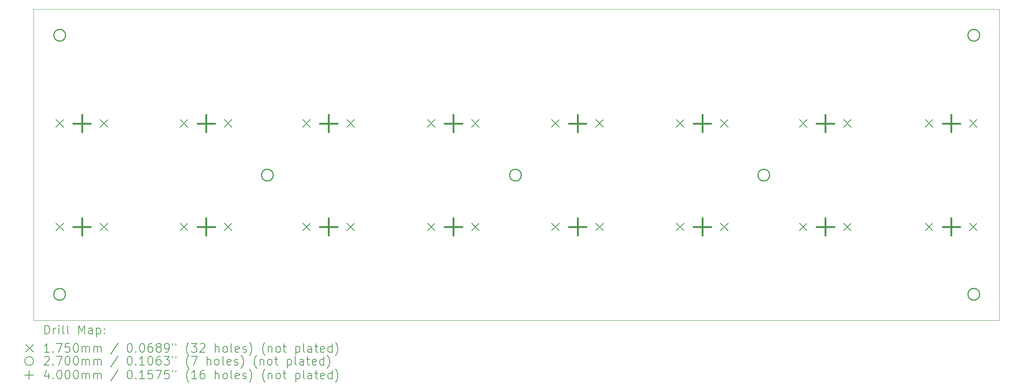
<source format=gbr>
%TF.GenerationSoftware,KiCad,Pcbnew,8.0.6*%
%TF.CreationDate,2024-11-10T21:08:51-06:00*%
%TF.ProjectId,micro_midi,6d696372-6f5f-46d6-9964-692e6b696361,rev?*%
%TF.SameCoordinates,Original*%
%TF.FileFunction,Drillmap*%
%TF.FilePolarity,Positive*%
%FSLAX45Y45*%
G04 Gerber Fmt 4.5, Leading zero omitted, Abs format (unit mm)*
G04 Created by KiCad (PCBNEW 8.0.6) date 2024-11-10 21:08:51*
%MOMM*%
%LPD*%
G01*
G04 APERTURE LIST*
%ADD10C,0.050000*%
%ADD11C,0.200000*%
%ADD12C,0.175000*%
%ADD13C,0.270000*%
%ADD14C,0.400000*%
G04 APERTURE END LIST*
D10*
X3566308Y-6533405D02*
X25791308Y-6533405D01*
X25791308Y-13696605D01*
X3566308Y-13696605D01*
X3566308Y-6533405D01*
D11*
D12*
X4081808Y-9075405D02*
X4256808Y-9250405D01*
X4256808Y-9075405D02*
X4081808Y-9250405D01*
X4081808Y-11456655D02*
X4256808Y-11631655D01*
X4256808Y-11456655D02*
X4081808Y-11631655D01*
X5097808Y-9075405D02*
X5272808Y-9250405D01*
X5272808Y-9075405D02*
X5097808Y-9250405D01*
X5097808Y-11456655D02*
X5272808Y-11631655D01*
X5272808Y-11456655D02*
X5097808Y-11631655D01*
X6939808Y-9075405D02*
X7114808Y-9250405D01*
X7114808Y-9075405D02*
X6939808Y-9250405D01*
X6939808Y-11456655D02*
X7114808Y-11631655D01*
X7114808Y-11456655D02*
X6939808Y-11631655D01*
X7955808Y-9075405D02*
X8130808Y-9250405D01*
X8130808Y-9075405D02*
X7955808Y-9250405D01*
X7955808Y-11456655D02*
X8130808Y-11631655D01*
X8130808Y-11456655D02*
X7955808Y-11631655D01*
X9758808Y-9075405D02*
X9933808Y-9250405D01*
X9933808Y-9075405D02*
X9758808Y-9250405D01*
X9758808Y-11456655D02*
X9933808Y-11631655D01*
X9933808Y-11456655D02*
X9758808Y-11631655D01*
X10774808Y-9075405D02*
X10949808Y-9250405D01*
X10949808Y-9075405D02*
X10774808Y-9250405D01*
X10774808Y-11456655D02*
X10949808Y-11631655D01*
X10949808Y-11456655D02*
X10774808Y-11631655D01*
X12628808Y-9075405D02*
X12803808Y-9250405D01*
X12803808Y-9075405D02*
X12628808Y-9250405D01*
X12628808Y-11456655D02*
X12803808Y-11631655D01*
X12803808Y-11456655D02*
X12628808Y-11631655D01*
X13644808Y-9075405D02*
X13819808Y-9250405D01*
X13819808Y-9075405D02*
X13644808Y-9250405D01*
X13644808Y-11456655D02*
X13819808Y-11631655D01*
X13819808Y-11456655D02*
X13644808Y-11631655D01*
X15486808Y-9075405D02*
X15661808Y-9250405D01*
X15661808Y-9075405D02*
X15486808Y-9250405D01*
X15486808Y-11456655D02*
X15661808Y-11631655D01*
X15661808Y-11456655D02*
X15486808Y-11631655D01*
X16502808Y-9075405D02*
X16677808Y-9250405D01*
X16677808Y-9075405D02*
X16502808Y-9250405D01*
X16502808Y-11456655D02*
X16677808Y-11631655D01*
X16677808Y-11456655D02*
X16502808Y-11631655D01*
X18356808Y-9075405D02*
X18531808Y-9250405D01*
X18531808Y-9075405D02*
X18356808Y-9250405D01*
X18356808Y-11456655D02*
X18531808Y-11631655D01*
X18531808Y-11456655D02*
X18356808Y-11631655D01*
X19372808Y-9075405D02*
X19547808Y-9250405D01*
X19547808Y-9075405D02*
X19372808Y-9250405D01*
X19372808Y-11456655D02*
X19547808Y-11631655D01*
X19547808Y-11456655D02*
X19372808Y-11631655D01*
X21188808Y-9075405D02*
X21363808Y-9250405D01*
X21363808Y-9075405D02*
X21188808Y-9250405D01*
X21188808Y-11456655D02*
X21363808Y-11631655D01*
X21363808Y-11456655D02*
X21188808Y-11631655D01*
X22204808Y-9075405D02*
X22379808Y-9250405D01*
X22379808Y-9075405D02*
X22204808Y-9250405D01*
X22204808Y-11456655D02*
X22379808Y-11631655D01*
X22379808Y-11456655D02*
X22204808Y-11631655D01*
X24084808Y-9075405D02*
X24259808Y-9250405D01*
X24259808Y-9075405D02*
X24084808Y-9250405D01*
X24084808Y-11456655D02*
X24259808Y-11631655D01*
X24259808Y-11456655D02*
X24084808Y-11631655D01*
X25100808Y-9075405D02*
X25275808Y-9250405D01*
X25275808Y-9075405D02*
X25100808Y-9250405D01*
X25100808Y-11456655D02*
X25275808Y-11631655D01*
X25275808Y-11456655D02*
X25100808Y-11631655D01*
D13*
X4299308Y-13098605D02*
G75*
G02*
X4029308Y-13098605I-135000J0D01*
G01*
X4029308Y-13098605D02*
G75*
G02*
X4299308Y-13098605I135000J0D01*
G01*
X4301308Y-7133405D02*
G75*
G02*
X4031308Y-7133405I-135000J0D01*
G01*
X4031308Y-7133405D02*
G75*
G02*
X4301308Y-7133405I135000J0D01*
G01*
X9079808Y-10353555D02*
G75*
G02*
X8809808Y-10353555I-135000J0D01*
G01*
X8809808Y-10353555D02*
G75*
G02*
X9079808Y-10353555I135000J0D01*
G01*
X14788308Y-10353555D02*
G75*
G02*
X14518308Y-10353555I-135000J0D01*
G01*
X14518308Y-10353555D02*
G75*
G02*
X14788308Y-10353555I135000J0D01*
G01*
X20503308Y-10353555D02*
G75*
G02*
X20233308Y-10353555I-135000J0D01*
G01*
X20233308Y-10353555D02*
G75*
G02*
X20503308Y-10353555I135000J0D01*
G01*
X25335308Y-7133405D02*
G75*
G02*
X25065308Y-7133405I-135000J0D01*
G01*
X25065308Y-7133405D02*
G75*
G02*
X25335308Y-7133405I135000J0D01*
G01*
X25335308Y-13096605D02*
G75*
G02*
X25065308Y-13096605I-135000J0D01*
G01*
X25065308Y-13096605D02*
G75*
G02*
X25335308Y-13096605I135000J0D01*
G01*
D14*
X4677308Y-8962905D02*
X4677308Y-9362905D01*
X4477308Y-9162905D02*
X4877308Y-9162905D01*
X4677308Y-11344155D02*
X4677308Y-11744155D01*
X4477308Y-11544155D02*
X4877308Y-11544155D01*
X7535308Y-8962905D02*
X7535308Y-9362905D01*
X7335308Y-9162905D02*
X7735308Y-9162905D01*
X7535308Y-11344155D02*
X7535308Y-11744155D01*
X7335308Y-11544155D02*
X7735308Y-11544155D01*
X10354308Y-8962905D02*
X10354308Y-9362905D01*
X10154308Y-9162905D02*
X10554308Y-9162905D01*
X10354308Y-11344155D02*
X10354308Y-11744155D01*
X10154308Y-11544155D02*
X10554308Y-11544155D01*
X13224308Y-8962905D02*
X13224308Y-9362905D01*
X13024308Y-9162905D02*
X13424308Y-9162905D01*
X13224308Y-11344155D02*
X13224308Y-11744155D01*
X13024308Y-11544155D02*
X13424308Y-11544155D01*
X16082308Y-8962905D02*
X16082308Y-9362905D01*
X15882308Y-9162905D02*
X16282308Y-9162905D01*
X16082308Y-11344155D02*
X16082308Y-11744155D01*
X15882308Y-11544155D02*
X16282308Y-11544155D01*
X18952308Y-8962905D02*
X18952308Y-9362905D01*
X18752308Y-9162905D02*
X19152308Y-9162905D01*
X18952308Y-11344155D02*
X18952308Y-11744155D01*
X18752308Y-11544155D02*
X19152308Y-11544155D01*
X21784308Y-8962905D02*
X21784308Y-9362905D01*
X21584308Y-9162905D02*
X21984308Y-9162905D01*
X21784308Y-11344155D02*
X21784308Y-11744155D01*
X21584308Y-11544155D02*
X21984308Y-11544155D01*
X24680308Y-8962905D02*
X24680308Y-9362905D01*
X24480308Y-9162905D02*
X24880308Y-9162905D01*
X24680308Y-11344155D02*
X24680308Y-11744155D01*
X24480308Y-11544155D02*
X24880308Y-11544155D01*
D11*
X3824584Y-14010589D02*
X3824584Y-13810589D01*
X3824584Y-13810589D02*
X3872203Y-13810589D01*
X3872203Y-13810589D02*
X3900775Y-13820112D01*
X3900775Y-13820112D02*
X3919822Y-13839160D01*
X3919822Y-13839160D02*
X3929346Y-13858208D01*
X3929346Y-13858208D02*
X3938870Y-13896303D01*
X3938870Y-13896303D02*
X3938870Y-13924874D01*
X3938870Y-13924874D02*
X3929346Y-13962970D01*
X3929346Y-13962970D02*
X3919822Y-13982017D01*
X3919822Y-13982017D02*
X3900775Y-14001065D01*
X3900775Y-14001065D02*
X3872203Y-14010589D01*
X3872203Y-14010589D02*
X3824584Y-14010589D01*
X4024584Y-14010589D02*
X4024584Y-13877255D01*
X4024584Y-13915351D02*
X4034108Y-13896303D01*
X4034108Y-13896303D02*
X4043632Y-13886779D01*
X4043632Y-13886779D02*
X4062680Y-13877255D01*
X4062680Y-13877255D02*
X4081727Y-13877255D01*
X4148394Y-14010589D02*
X4148394Y-13877255D01*
X4148394Y-13810589D02*
X4138870Y-13820112D01*
X4138870Y-13820112D02*
X4148394Y-13829636D01*
X4148394Y-13829636D02*
X4157918Y-13820112D01*
X4157918Y-13820112D02*
X4148394Y-13810589D01*
X4148394Y-13810589D02*
X4148394Y-13829636D01*
X4272203Y-14010589D02*
X4253156Y-14001065D01*
X4253156Y-14001065D02*
X4243632Y-13982017D01*
X4243632Y-13982017D02*
X4243632Y-13810589D01*
X4376965Y-14010589D02*
X4357918Y-14001065D01*
X4357918Y-14001065D02*
X4348394Y-13982017D01*
X4348394Y-13982017D02*
X4348394Y-13810589D01*
X4605537Y-14010589D02*
X4605537Y-13810589D01*
X4605537Y-13810589D02*
X4672204Y-13953446D01*
X4672204Y-13953446D02*
X4738870Y-13810589D01*
X4738870Y-13810589D02*
X4738870Y-14010589D01*
X4919823Y-14010589D02*
X4919823Y-13905827D01*
X4919823Y-13905827D02*
X4910299Y-13886779D01*
X4910299Y-13886779D02*
X4891251Y-13877255D01*
X4891251Y-13877255D02*
X4853156Y-13877255D01*
X4853156Y-13877255D02*
X4834108Y-13886779D01*
X4919823Y-14001065D02*
X4900775Y-14010589D01*
X4900775Y-14010589D02*
X4853156Y-14010589D01*
X4853156Y-14010589D02*
X4834108Y-14001065D01*
X4834108Y-14001065D02*
X4824584Y-13982017D01*
X4824584Y-13982017D02*
X4824584Y-13962970D01*
X4824584Y-13962970D02*
X4834108Y-13943922D01*
X4834108Y-13943922D02*
X4853156Y-13934398D01*
X4853156Y-13934398D02*
X4900775Y-13934398D01*
X4900775Y-13934398D02*
X4919823Y-13924874D01*
X5015061Y-13877255D02*
X5015061Y-14077255D01*
X5015061Y-13886779D02*
X5034108Y-13877255D01*
X5034108Y-13877255D02*
X5072204Y-13877255D01*
X5072204Y-13877255D02*
X5091251Y-13886779D01*
X5091251Y-13886779D02*
X5100775Y-13896303D01*
X5100775Y-13896303D02*
X5110299Y-13915351D01*
X5110299Y-13915351D02*
X5110299Y-13972493D01*
X5110299Y-13972493D02*
X5100775Y-13991541D01*
X5100775Y-13991541D02*
X5091251Y-14001065D01*
X5091251Y-14001065D02*
X5072204Y-14010589D01*
X5072204Y-14010589D02*
X5034108Y-14010589D01*
X5034108Y-14010589D02*
X5015061Y-14001065D01*
X5196013Y-13991541D02*
X5205537Y-14001065D01*
X5205537Y-14001065D02*
X5196013Y-14010589D01*
X5196013Y-14010589D02*
X5186489Y-14001065D01*
X5186489Y-14001065D02*
X5196013Y-13991541D01*
X5196013Y-13991541D02*
X5196013Y-14010589D01*
X5196013Y-13886779D02*
X5205537Y-13896303D01*
X5205537Y-13896303D02*
X5196013Y-13905827D01*
X5196013Y-13905827D02*
X5186489Y-13896303D01*
X5186489Y-13896303D02*
X5196013Y-13886779D01*
X5196013Y-13886779D02*
X5196013Y-13905827D01*
D12*
X3388808Y-14251605D02*
X3563808Y-14426605D01*
X3563808Y-14251605D02*
X3388808Y-14426605D01*
D11*
X3929346Y-14430589D02*
X3815061Y-14430589D01*
X3872203Y-14430589D02*
X3872203Y-14230589D01*
X3872203Y-14230589D02*
X3853156Y-14259160D01*
X3853156Y-14259160D02*
X3834108Y-14278208D01*
X3834108Y-14278208D02*
X3815061Y-14287731D01*
X4015061Y-14411541D02*
X4024584Y-14421065D01*
X4024584Y-14421065D02*
X4015061Y-14430589D01*
X4015061Y-14430589D02*
X4005537Y-14421065D01*
X4005537Y-14421065D02*
X4015061Y-14411541D01*
X4015061Y-14411541D02*
X4015061Y-14430589D01*
X4091251Y-14230589D02*
X4224584Y-14230589D01*
X4224584Y-14230589D02*
X4138870Y-14430589D01*
X4396013Y-14230589D02*
X4300775Y-14230589D01*
X4300775Y-14230589D02*
X4291251Y-14325827D01*
X4291251Y-14325827D02*
X4300775Y-14316303D01*
X4300775Y-14316303D02*
X4319823Y-14306779D01*
X4319823Y-14306779D02*
X4367442Y-14306779D01*
X4367442Y-14306779D02*
X4386489Y-14316303D01*
X4386489Y-14316303D02*
X4396013Y-14325827D01*
X4396013Y-14325827D02*
X4405537Y-14344874D01*
X4405537Y-14344874D02*
X4405537Y-14392493D01*
X4405537Y-14392493D02*
X4396013Y-14411541D01*
X4396013Y-14411541D02*
X4386489Y-14421065D01*
X4386489Y-14421065D02*
X4367442Y-14430589D01*
X4367442Y-14430589D02*
X4319823Y-14430589D01*
X4319823Y-14430589D02*
X4300775Y-14421065D01*
X4300775Y-14421065D02*
X4291251Y-14411541D01*
X4529346Y-14230589D02*
X4548394Y-14230589D01*
X4548394Y-14230589D02*
X4567442Y-14240112D01*
X4567442Y-14240112D02*
X4576965Y-14249636D01*
X4576965Y-14249636D02*
X4586489Y-14268684D01*
X4586489Y-14268684D02*
X4596013Y-14306779D01*
X4596013Y-14306779D02*
X4596013Y-14354398D01*
X4596013Y-14354398D02*
X4586489Y-14392493D01*
X4586489Y-14392493D02*
X4576965Y-14411541D01*
X4576965Y-14411541D02*
X4567442Y-14421065D01*
X4567442Y-14421065D02*
X4548394Y-14430589D01*
X4548394Y-14430589D02*
X4529346Y-14430589D01*
X4529346Y-14430589D02*
X4510299Y-14421065D01*
X4510299Y-14421065D02*
X4500775Y-14411541D01*
X4500775Y-14411541D02*
X4491251Y-14392493D01*
X4491251Y-14392493D02*
X4481727Y-14354398D01*
X4481727Y-14354398D02*
X4481727Y-14306779D01*
X4481727Y-14306779D02*
X4491251Y-14268684D01*
X4491251Y-14268684D02*
X4500775Y-14249636D01*
X4500775Y-14249636D02*
X4510299Y-14240112D01*
X4510299Y-14240112D02*
X4529346Y-14230589D01*
X4681727Y-14430589D02*
X4681727Y-14297255D01*
X4681727Y-14316303D02*
X4691251Y-14306779D01*
X4691251Y-14306779D02*
X4710299Y-14297255D01*
X4710299Y-14297255D02*
X4738870Y-14297255D01*
X4738870Y-14297255D02*
X4757918Y-14306779D01*
X4757918Y-14306779D02*
X4767442Y-14325827D01*
X4767442Y-14325827D02*
X4767442Y-14430589D01*
X4767442Y-14325827D02*
X4776965Y-14306779D01*
X4776965Y-14306779D02*
X4796013Y-14297255D01*
X4796013Y-14297255D02*
X4824584Y-14297255D01*
X4824584Y-14297255D02*
X4843632Y-14306779D01*
X4843632Y-14306779D02*
X4853156Y-14325827D01*
X4853156Y-14325827D02*
X4853156Y-14430589D01*
X4948394Y-14430589D02*
X4948394Y-14297255D01*
X4948394Y-14316303D02*
X4957918Y-14306779D01*
X4957918Y-14306779D02*
X4976965Y-14297255D01*
X4976965Y-14297255D02*
X5005537Y-14297255D01*
X5005537Y-14297255D02*
X5024585Y-14306779D01*
X5024585Y-14306779D02*
X5034108Y-14325827D01*
X5034108Y-14325827D02*
X5034108Y-14430589D01*
X5034108Y-14325827D02*
X5043632Y-14306779D01*
X5043632Y-14306779D02*
X5062680Y-14297255D01*
X5062680Y-14297255D02*
X5091251Y-14297255D01*
X5091251Y-14297255D02*
X5110299Y-14306779D01*
X5110299Y-14306779D02*
X5119823Y-14325827D01*
X5119823Y-14325827D02*
X5119823Y-14430589D01*
X5510299Y-14221065D02*
X5338870Y-14478208D01*
X5767442Y-14230589D02*
X5786489Y-14230589D01*
X5786489Y-14230589D02*
X5805537Y-14240112D01*
X5805537Y-14240112D02*
X5815061Y-14249636D01*
X5815061Y-14249636D02*
X5824585Y-14268684D01*
X5824585Y-14268684D02*
X5834108Y-14306779D01*
X5834108Y-14306779D02*
X5834108Y-14354398D01*
X5834108Y-14354398D02*
X5824585Y-14392493D01*
X5824585Y-14392493D02*
X5815061Y-14411541D01*
X5815061Y-14411541D02*
X5805537Y-14421065D01*
X5805537Y-14421065D02*
X5786489Y-14430589D01*
X5786489Y-14430589D02*
X5767442Y-14430589D01*
X5767442Y-14430589D02*
X5748394Y-14421065D01*
X5748394Y-14421065D02*
X5738870Y-14411541D01*
X5738870Y-14411541D02*
X5729346Y-14392493D01*
X5729346Y-14392493D02*
X5719823Y-14354398D01*
X5719823Y-14354398D02*
X5719823Y-14306779D01*
X5719823Y-14306779D02*
X5729346Y-14268684D01*
X5729346Y-14268684D02*
X5738870Y-14249636D01*
X5738870Y-14249636D02*
X5748394Y-14240112D01*
X5748394Y-14240112D02*
X5767442Y-14230589D01*
X5919823Y-14411541D02*
X5929346Y-14421065D01*
X5929346Y-14421065D02*
X5919823Y-14430589D01*
X5919823Y-14430589D02*
X5910299Y-14421065D01*
X5910299Y-14421065D02*
X5919823Y-14411541D01*
X5919823Y-14411541D02*
X5919823Y-14430589D01*
X6053156Y-14230589D02*
X6072204Y-14230589D01*
X6072204Y-14230589D02*
X6091251Y-14240112D01*
X6091251Y-14240112D02*
X6100775Y-14249636D01*
X6100775Y-14249636D02*
X6110299Y-14268684D01*
X6110299Y-14268684D02*
X6119823Y-14306779D01*
X6119823Y-14306779D02*
X6119823Y-14354398D01*
X6119823Y-14354398D02*
X6110299Y-14392493D01*
X6110299Y-14392493D02*
X6100775Y-14411541D01*
X6100775Y-14411541D02*
X6091251Y-14421065D01*
X6091251Y-14421065D02*
X6072204Y-14430589D01*
X6072204Y-14430589D02*
X6053156Y-14430589D01*
X6053156Y-14430589D02*
X6034108Y-14421065D01*
X6034108Y-14421065D02*
X6024585Y-14411541D01*
X6024585Y-14411541D02*
X6015061Y-14392493D01*
X6015061Y-14392493D02*
X6005537Y-14354398D01*
X6005537Y-14354398D02*
X6005537Y-14306779D01*
X6005537Y-14306779D02*
X6015061Y-14268684D01*
X6015061Y-14268684D02*
X6024585Y-14249636D01*
X6024585Y-14249636D02*
X6034108Y-14240112D01*
X6034108Y-14240112D02*
X6053156Y-14230589D01*
X6291251Y-14230589D02*
X6253156Y-14230589D01*
X6253156Y-14230589D02*
X6234108Y-14240112D01*
X6234108Y-14240112D02*
X6224585Y-14249636D01*
X6224585Y-14249636D02*
X6205537Y-14278208D01*
X6205537Y-14278208D02*
X6196013Y-14316303D01*
X6196013Y-14316303D02*
X6196013Y-14392493D01*
X6196013Y-14392493D02*
X6205537Y-14411541D01*
X6205537Y-14411541D02*
X6215061Y-14421065D01*
X6215061Y-14421065D02*
X6234108Y-14430589D01*
X6234108Y-14430589D02*
X6272204Y-14430589D01*
X6272204Y-14430589D02*
X6291251Y-14421065D01*
X6291251Y-14421065D02*
X6300775Y-14411541D01*
X6300775Y-14411541D02*
X6310299Y-14392493D01*
X6310299Y-14392493D02*
X6310299Y-14344874D01*
X6310299Y-14344874D02*
X6300775Y-14325827D01*
X6300775Y-14325827D02*
X6291251Y-14316303D01*
X6291251Y-14316303D02*
X6272204Y-14306779D01*
X6272204Y-14306779D02*
X6234108Y-14306779D01*
X6234108Y-14306779D02*
X6215061Y-14316303D01*
X6215061Y-14316303D02*
X6205537Y-14325827D01*
X6205537Y-14325827D02*
X6196013Y-14344874D01*
X6424585Y-14316303D02*
X6405537Y-14306779D01*
X6405537Y-14306779D02*
X6396013Y-14297255D01*
X6396013Y-14297255D02*
X6386489Y-14278208D01*
X6386489Y-14278208D02*
X6386489Y-14268684D01*
X6386489Y-14268684D02*
X6396013Y-14249636D01*
X6396013Y-14249636D02*
X6405537Y-14240112D01*
X6405537Y-14240112D02*
X6424585Y-14230589D01*
X6424585Y-14230589D02*
X6462680Y-14230589D01*
X6462680Y-14230589D02*
X6481727Y-14240112D01*
X6481727Y-14240112D02*
X6491251Y-14249636D01*
X6491251Y-14249636D02*
X6500775Y-14268684D01*
X6500775Y-14268684D02*
X6500775Y-14278208D01*
X6500775Y-14278208D02*
X6491251Y-14297255D01*
X6491251Y-14297255D02*
X6481727Y-14306779D01*
X6481727Y-14306779D02*
X6462680Y-14316303D01*
X6462680Y-14316303D02*
X6424585Y-14316303D01*
X6424585Y-14316303D02*
X6405537Y-14325827D01*
X6405537Y-14325827D02*
X6396013Y-14335351D01*
X6396013Y-14335351D02*
X6386489Y-14354398D01*
X6386489Y-14354398D02*
X6386489Y-14392493D01*
X6386489Y-14392493D02*
X6396013Y-14411541D01*
X6396013Y-14411541D02*
X6405537Y-14421065D01*
X6405537Y-14421065D02*
X6424585Y-14430589D01*
X6424585Y-14430589D02*
X6462680Y-14430589D01*
X6462680Y-14430589D02*
X6481727Y-14421065D01*
X6481727Y-14421065D02*
X6491251Y-14411541D01*
X6491251Y-14411541D02*
X6500775Y-14392493D01*
X6500775Y-14392493D02*
X6500775Y-14354398D01*
X6500775Y-14354398D02*
X6491251Y-14335351D01*
X6491251Y-14335351D02*
X6481727Y-14325827D01*
X6481727Y-14325827D02*
X6462680Y-14316303D01*
X6596013Y-14430589D02*
X6634108Y-14430589D01*
X6634108Y-14430589D02*
X6653156Y-14421065D01*
X6653156Y-14421065D02*
X6662680Y-14411541D01*
X6662680Y-14411541D02*
X6681727Y-14382970D01*
X6681727Y-14382970D02*
X6691251Y-14344874D01*
X6691251Y-14344874D02*
X6691251Y-14268684D01*
X6691251Y-14268684D02*
X6681727Y-14249636D01*
X6681727Y-14249636D02*
X6672204Y-14240112D01*
X6672204Y-14240112D02*
X6653156Y-14230589D01*
X6653156Y-14230589D02*
X6615061Y-14230589D01*
X6615061Y-14230589D02*
X6596013Y-14240112D01*
X6596013Y-14240112D02*
X6586489Y-14249636D01*
X6586489Y-14249636D02*
X6576966Y-14268684D01*
X6576966Y-14268684D02*
X6576966Y-14316303D01*
X6576966Y-14316303D02*
X6586489Y-14335351D01*
X6586489Y-14335351D02*
X6596013Y-14344874D01*
X6596013Y-14344874D02*
X6615061Y-14354398D01*
X6615061Y-14354398D02*
X6653156Y-14354398D01*
X6653156Y-14354398D02*
X6672204Y-14344874D01*
X6672204Y-14344874D02*
X6681727Y-14335351D01*
X6681727Y-14335351D02*
X6691251Y-14316303D01*
X6767442Y-14230589D02*
X6767442Y-14268684D01*
X6843632Y-14230589D02*
X6843632Y-14268684D01*
X7138870Y-14506779D02*
X7129347Y-14497255D01*
X7129347Y-14497255D02*
X7110299Y-14468684D01*
X7110299Y-14468684D02*
X7100775Y-14449636D01*
X7100775Y-14449636D02*
X7091251Y-14421065D01*
X7091251Y-14421065D02*
X7081728Y-14373446D01*
X7081728Y-14373446D02*
X7081728Y-14335351D01*
X7081728Y-14335351D02*
X7091251Y-14287731D01*
X7091251Y-14287731D02*
X7100775Y-14259160D01*
X7100775Y-14259160D02*
X7110299Y-14240112D01*
X7110299Y-14240112D02*
X7129347Y-14211541D01*
X7129347Y-14211541D02*
X7138870Y-14202017D01*
X7196013Y-14230589D02*
X7319823Y-14230589D01*
X7319823Y-14230589D02*
X7253156Y-14306779D01*
X7253156Y-14306779D02*
X7281728Y-14306779D01*
X7281728Y-14306779D02*
X7300775Y-14316303D01*
X7300775Y-14316303D02*
X7310299Y-14325827D01*
X7310299Y-14325827D02*
X7319823Y-14344874D01*
X7319823Y-14344874D02*
X7319823Y-14392493D01*
X7319823Y-14392493D02*
X7310299Y-14411541D01*
X7310299Y-14411541D02*
X7300775Y-14421065D01*
X7300775Y-14421065D02*
X7281728Y-14430589D01*
X7281728Y-14430589D02*
X7224585Y-14430589D01*
X7224585Y-14430589D02*
X7205537Y-14421065D01*
X7205537Y-14421065D02*
X7196013Y-14411541D01*
X7396013Y-14249636D02*
X7405537Y-14240112D01*
X7405537Y-14240112D02*
X7424585Y-14230589D01*
X7424585Y-14230589D02*
X7472204Y-14230589D01*
X7472204Y-14230589D02*
X7491251Y-14240112D01*
X7491251Y-14240112D02*
X7500775Y-14249636D01*
X7500775Y-14249636D02*
X7510299Y-14268684D01*
X7510299Y-14268684D02*
X7510299Y-14287731D01*
X7510299Y-14287731D02*
X7500775Y-14316303D01*
X7500775Y-14316303D02*
X7386489Y-14430589D01*
X7386489Y-14430589D02*
X7510299Y-14430589D01*
X7748394Y-14430589D02*
X7748394Y-14230589D01*
X7834109Y-14430589D02*
X7834109Y-14325827D01*
X7834109Y-14325827D02*
X7824585Y-14306779D01*
X7824585Y-14306779D02*
X7805537Y-14297255D01*
X7805537Y-14297255D02*
X7776966Y-14297255D01*
X7776966Y-14297255D02*
X7757918Y-14306779D01*
X7757918Y-14306779D02*
X7748394Y-14316303D01*
X7957918Y-14430589D02*
X7938870Y-14421065D01*
X7938870Y-14421065D02*
X7929347Y-14411541D01*
X7929347Y-14411541D02*
X7919823Y-14392493D01*
X7919823Y-14392493D02*
X7919823Y-14335351D01*
X7919823Y-14335351D02*
X7929347Y-14316303D01*
X7929347Y-14316303D02*
X7938870Y-14306779D01*
X7938870Y-14306779D02*
X7957918Y-14297255D01*
X7957918Y-14297255D02*
X7986490Y-14297255D01*
X7986490Y-14297255D02*
X8005537Y-14306779D01*
X8005537Y-14306779D02*
X8015061Y-14316303D01*
X8015061Y-14316303D02*
X8024585Y-14335351D01*
X8024585Y-14335351D02*
X8024585Y-14392493D01*
X8024585Y-14392493D02*
X8015061Y-14411541D01*
X8015061Y-14411541D02*
X8005537Y-14421065D01*
X8005537Y-14421065D02*
X7986490Y-14430589D01*
X7986490Y-14430589D02*
X7957918Y-14430589D01*
X8138870Y-14430589D02*
X8119823Y-14421065D01*
X8119823Y-14421065D02*
X8110299Y-14402017D01*
X8110299Y-14402017D02*
X8110299Y-14230589D01*
X8291251Y-14421065D02*
X8272204Y-14430589D01*
X8272204Y-14430589D02*
X8234109Y-14430589D01*
X8234109Y-14430589D02*
X8215061Y-14421065D01*
X8215061Y-14421065D02*
X8205537Y-14402017D01*
X8205537Y-14402017D02*
X8205537Y-14325827D01*
X8205537Y-14325827D02*
X8215061Y-14306779D01*
X8215061Y-14306779D02*
X8234109Y-14297255D01*
X8234109Y-14297255D02*
X8272204Y-14297255D01*
X8272204Y-14297255D02*
X8291251Y-14306779D01*
X8291251Y-14306779D02*
X8300775Y-14325827D01*
X8300775Y-14325827D02*
X8300775Y-14344874D01*
X8300775Y-14344874D02*
X8205537Y-14363922D01*
X8376966Y-14421065D02*
X8396013Y-14430589D01*
X8396013Y-14430589D02*
X8434109Y-14430589D01*
X8434109Y-14430589D02*
X8453156Y-14421065D01*
X8453156Y-14421065D02*
X8462680Y-14402017D01*
X8462680Y-14402017D02*
X8462680Y-14392493D01*
X8462680Y-14392493D02*
X8453156Y-14373446D01*
X8453156Y-14373446D02*
X8434109Y-14363922D01*
X8434109Y-14363922D02*
X8405537Y-14363922D01*
X8405537Y-14363922D02*
X8386490Y-14354398D01*
X8386490Y-14354398D02*
X8376966Y-14335351D01*
X8376966Y-14335351D02*
X8376966Y-14325827D01*
X8376966Y-14325827D02*
X8386490Y-14306779D01*
X8386490Y-14306779D02*
X8405537Y-14297255D01*
X8405537Y-14297255D02*
X8434109Y-14297255D01*
X8434109Y-14297255D02*
X8453156Y-14306779D01*
X8529347Y-14506779D02*
X8538871Y-14497255D01*
X8538871Y-14497255D02*
X8557918Y-14468684D01*
X8557918Y-14468684D02*
X8567442Y-14449636D01*
X8567442Y-14449636D02*
X8576966Y-14421065D01*
X8576966Y-14421065D02*
X8586490Y-14373446D01*
X8586490Y-14373446D02*
X8586490Y-14335351D01*
X8586490Y-14335351D02*
X8576966Y-14287731D01*
X8576966Y-14287731D02*
X8567442Y-14259160D01*
X8567442Y-14259160D02*
X8557918Y-14240112D01*
X8557918Y-14240112D02*
X8538871Y-14211541D01*
X8538871Y-14211541D02*
X8529347Y-14202017D01*
X8891252Y-14506779D02*
X8881728Y-14497255D01*
X8881728Y-14497255D02*
X8862680Y-14468684D01*
X8862680Y-14468684D02*
X8853156Y-14449636D01*
X8853156Y-14449636D02*
X8843633Y-14421065D01*
X8843633Y-14421065D02*
X8834109Y-14373446D01*
X8834109Y-14373446D02*
X8834109Y-14335351D01*
X8834109Y-14335351D02*
X8843633Y-14287731D01*
X8843633Y-14287731D02*
X8853156Y-14259160D01*
X8853156Y-14259160D02*
X8862680Y-14240112D01*
X8862680Y-14240112D02*
X8881728Y-14211541D01*
X8881728Y-14211541D02*
X8891252Y-14202017D01*
X8967442Y-14297255D02*
X8967442Y-14430589D01*
X8967442Y-14316303D02*
X8976966Y-14306779D01*
X8976966Y-14306779D02*
X8996013Y-14297255D01*
X8996013Y-14297255D02*
X9024585Y-14297255D01*
X9024585Y-14297255D02*
X9043633Y-14306779D01*
X9043633Y-14306779D02*
X9053156Y-14325827D01*
X9053156Y-14325827D02*
X9053156Y-14430589D01*
X9176966Y-14430589D02*
X9157918Y-14421065D01*
X9157918Y-14421065D02*
X9148394Y-14411541D01*
X9148394Y-14411541D02*
X9138871Y-14392493D01*
X9138871Y-14392493D02*
X9138871Y-14335351D01*
X9138871Y-14335351D02*
X9148394Y-14316303D01*
X9148394Y-14316303D02*
X9157918Y-14306779D01*
X9157918Y-14306779D02*
X9176966Y-14297255D01*
X9176966Y-14297255D02*
X9205537Y-14297255D01*
X9205537Y-14297255D02*
X9224585Y-14306779D01*
X9224585Y-14306779D02*
X9234109Y-14316303D01*
X9234109Y-14316303D02*
X9243633Y-14335351D01*
X9243633Y-14335351D02*
X9243633Y-14392493D01*
X9243633Y-14392493D02*
X9234109Y-14411541D01*
X9234109Y-14411541D02*
X9224585Y-14421065D01*
X9224585Y-14421065D02*
X9205537Y-14430589D01*
X9205537Y-14430589D02*
X9176966Y-14430589D01*
X9300775Y-14297255D02*
X9376966Y-14297255D01*
X9329347Y-14230589D02*
X9329347Y-14402017D01*
X9329347Y-14402017D02*
X9338871Y-14421065D01*
X9338871Y-14421065D02*
X9357918Y-14430589D01*
X9357918Y-14430589D02*
X9376966Y-14430589D01*
X9596014Y-14297255D02*
X9596014Y-14497255D01*
X9596014Y-14306779D02*
X9615061Y-14297255D01*
X9615061Y-14297255D02*
X9653156Y-14297255D01*
X9653156Y-14297255D02*
X9672204Y-14306779D01*
X9672204Y-14306779D02*
X9681728Y-14316303D01*
X9681728Y-14316303D02*
X9691252Y-14335351D01*
X9691252Y-14335351D02*
X9691252Y-14392493D01*
X9691252Y-14392493D02*
X9681728Y-14411541D01*
X9681728Y-14411541D02*
X9672204Y-14421065D01*
X9672204Y-14421065D02*
X9653156Y-14430589D01*
X9653156Y-14430589D02*
X9615061Y-14430589D01*
X9615061Y-14430589D02*
X9596014Y-14421065D01*
X9805537Y-14430589D02*
X9786490Y-14421065D01*
X9786490Y-14421065D02*
X9776966Y-14402017D01*
X9776966Y-14402017D02*
X9776966Y-14230589D01*
X9967442Y-14430589D02*
X9967442Y-14325827D01*
X9967442Y-14325827D02*
X9957918Y-14306779D01*
X9957918Y-14306779D02*
X9938871Y-14297255D01*
X9938871Y-14297255D02*
X9900775Y-14297255D01*
X9900775Y-14297255D02*
X9881728Y-14306779D01*
X9967442Y-14421065D02*
X9948395Y-14430589D01*
X9948395Y-14430589D02*
X9900775Y-14430589D01*
X9900775Y-14430589D02*
X9881728Y-14421065D01*
X9881728Y-14421065D02*
X9872204Y-14402017D01*
X9872204Y-14402017D02*
X9872204Y-14382970D01*
X9872204Y-14382970D02*
X9881728Y-14363922D01*
X9881728Y-14363922D02*
X9900775Y-14354398D01*
X9900775Y-14354398D02*
X9948395Y-14354398D01*
X9948395Y-14354398D02*
X9967442Y-14344874D01*
X10034109Y-14297255D02*
X10110299Y-14297255D01*
X10062680Y-14230589D02*
X10062680Y-14402017D01*
X10062680Y-14402017D02*
X10072204Y-14421065D01*
X10072204Y-14421065D02*
X10091252Y-14430589D01*
X10091252Y-14430589D02*
X10110299Y-14430589D01*
X10253156Y-14421065D02*
X10234109Y-14430589D01*
X10234109Y-14430589D02*
X10196014Y-14430589D01*
X10196014Y-14430589D02*
X10176966Y-14421065D01*
X10176966Y-14421065D02*
X10167442Y-14402017D01*
X10167442Y-14402017D02*
X10167442Y-14325827D01*
X10167442Y-14325827D02*
X10176966Y-14306779D01*
X10176966Y-14306779D02*
X10196014Y-14297255D01*
X10196014Y-14297255D02*
X10234109Y-14297255D01*
X10234109Y-14297255D02*
X10253156Y-14306779D01*
X10253156Y-14306779D02*
X10262680Y-14325827D01*
X10262680Y-14325827D02*
X10262680Y-14344874D01*
X10262680Y-14344874D02*
X10167442Y-14363922D01*
X10434109Y-14430589D02*
X10434109Y-14230589D01*
X10434109Y-14421065D02*
X10415061Y-14430589D01*
X10415061Y-14430589D02*
X10376966Y-14430589D01*
X10376966Y-14430589D02*
X10357918Y-14421065D01*
X10357918Y-14421065D02*
X10348395Y-14411541D01*
X10348395Y-14411541D02*
X10338871Y-14392493D01*
X10338871Y-14392493D02*
X10338871Y-14335351D01*
X10338871Y-14335351D02*
X10348395Y-14316303D01*
X10348395Y-14316303D02*
X10357918Y-14306779D01*
X10357918Y-14306779D02*
X10376966Y-14297255D01*
X10376966Y-14297255D02*
X10415061Y-14297255D01*
X10415061Y-14297255D02*
X10434109Y-14306779D01*
X10510299Y-14506779D02*
X10519823Y-14497255D01*
X10519823Y-14497255D02*
X10538871Y-14468684D01*
X10538871Y-14468684D02*
X10548395Y-14449636D01*
X10548395Y-14449636D02*
X10557918Y-14421065D01*
X10557918Y-14421065D02*
X10567442Y-14373446D01*
X10567442Y-14373446D02*
X10567442Y-14335351D01*
X10567442Y-14335351D02*
X10557918Y-14287731D01*
X10557918Y-14287731D02*
X10548395Y-14259160D01*
X10548395Y-14259160D02*
X10538871Y-14240112D01*
X10538871Y-14240112D02*
X10519823Y-14211541D01*
X10519823Y-14211541D02*
X10510299Y-14202017D01*
X3563808Y-14634105D02*
G75*
G02*
X3363808Y-14634105I-100000J0D01*
G01*
X3363808Y-14634105D02*
G75*
G02*
X3563808Y-14634105I100000J0D01*
G01*
X3815061Y-14544636D02*
X3824584Y-14535112D01*
X3824584Y-14535112D02*
X3843632Y-14525589D01*
X3843632Y-14525589D02*
X3891251Y-14525589D01*
X3891251Y-14525589D02*
X3910299Y-14535112D01*
X3910299Y-14535112D02*
X3919822Y-14544636D01*
X3919822Y-14544636D02*
X3929346Y-14563684D01*
X3929346Y-14563684D02*
X3929346Y-14582731D01*
X3929346Y-14582731D02*
X3919822Y-14611303D01*
X3919822Y-14611303D02*
X3805537Y-14725589D01*
X3805537Y-14725589D02*
X3929346Y-14725589D01*
X4015061Y-14706541D02*
X4024584Y-14716065D01*
X4024584Y-14716065D02*
X4015061Y-14725589D01*
X4015061Y-14725589D02*
X4005537Y-14716065D01*
X4005537Y-14716065D02*
X4015061Y-14706541D01*
X4015061Y-14706541D02*
X4015061Y-14725589D01*
X4091251Y-14525589D02*
X4224584Y-14525589D01*
X4224584Y-14525589D02*
X4138870Y-14725589D01*
X4338870Y-14525589D02*
X4357918Y-14525589D01*
X4357918Y-14525589D02*
X4376965Y-14535112D01*
X4376965Y-14535112D02*
X4386489Y-14544636D01*
X4386489Y-14544636D02*
X4396013Y-14563684D01*
X4396013Y-14563684D02*
X4405537Y-14601779D01*
X4405537Y-14601779D02*
X4405537Y-14649398D01*
X4405537Y-14649398D02*
X4396013Y-14687493D01*
X4396013Y-14687493D02*
X4386489Y-14706541D01*
X4386489Y-14706541D02*
X4376965Y-14716065D01*
X4376965Y-14716065D02*
X4357918Y-14725589D01*
X4357918Y-14725589D02*
X4338870Y-14725589D01*
X4338870Y-14725589D02*
X4319823Y-14716065D01*
X4319823Y-14716065D02*
X4310299Y-14706541D01*
X4310299Y-14706541D02*
X4300775Y-14687493D01*
X4300775Y-14687493D02*
X4291251Y-14649398D01*
X4291251Y-14649398D02*
X4291251Y-14601779D01*
X4291251Y-14601779D02*
X4300775Y-14563684D01*
X4300775Y-14563684D02*
X4310299Y-14544636D01*
X4310299Y-14544636D02*
X4319823Y-14535112D01*
X4319823Y-14535112D02*
X4338870Y-14525589D01*
X4529346Y-14525589D02*
X4548394Y-14525589D01*
X4548394Y-14525589D02*
X4567442Y-14535112D01*
X4567442Y-14535112D02*
X4576965Y-14544636D01*
X4576965Y-14544636D02*
X4586489Y-14563684D01*
X4586489Y-14563684D02*
X4596013Y-14601779D01*
X4596013Y-14601779D02*
X4596013Y-14649398D01*
X4596013Y-14649398D02*
X4586489Y-14687493D01*
X4586489Y-14687493D02*
X4576965Y-14706541D01*
X4576965Y-14706541D02*
X4567442Y-14716065D01*
X4567442Y-14716065D02*
X4548394Y-14725589D01*
X4548394Y-14725589D02*
X4529346Y-14725589D01*
X4529346Y-14725589D02*
X4510299Y-14716065D01*
X4510299Y-14716065D02*
X4500775Y-14706541D01*
X4500775Y-14706541D02*
X4491251Y-14687493D01*
X4491251Y-14687493D02*
X4481727Y-14649398D01*
X4481727Y-14649398D02*
X4481727Y-14601779D01*
X4481727Y-14601779D02*
X4491251Y-14563684D01*
X4491251Y-14563684D02*
X4500775Y-14544636D01*
X4500775Y-14544636D02*
X4510299Y-14535112D01*
X4510299Y-14535112D02*
X4529346Y-14525589D01*
X4681727Y-14725589D02*
X4681727Y-14592255D01*
X4681727Y-14611303D02*
X4691251Y-14601779D01*
X4691251Y-14601779D02*
X4710299Y-14592255D01*
X4710299Y-14592255D02*
X4738870Y-14592255D01*
X4738870Y-14592255D02*
X4757918Y-14601779D01*
X4757918Y-14601779D02*
X4767442Y-14620827D01*
X4767442Y-14620827D02*
X4767442Y-14725589D01*
X4767442Y-14620827D02*
X4776965Y-14601779D01*
X4776965Y-14601779D02*
X4796013Y-14592255D01*
X4796013Y-14592255D02*
X4824584Y-14592255D01*
X4824584Y-14592255D02*
X4843632Y-14601779D01*
X4843632Y-14601779D02*
X4853156Y-14620827D01*
X4853156Y-14620827D02*
X4853156Y-14725589D01*
X4948394Y-14725589D02*
X4948394Y-14592255D01*
X4948394Y-14611303D02*
X4957918Y-14601779D01*
X4957918Y-14601779D02*
X4976965Y-14592255D01*
X4976965Y-14592255D02*
X5005537Y-14592255D01*
X5005537Y-14592255D02*
X5024585Y-14601779D01*
X5024585Y-14601779D02*
X5034108Y-14620827D01*
X5034108Y-14620827D02*
X5034108Y-14725589D01*
X5034108Y-14620827D02*
X5043632Y-14601779D01*
X5043632Y-14601779D02*
X5062680Y-14592255D01*
X5062680Y-14592255D02*
X5091251Y-14592255D01*
X5091251Y-14592255D02*
X5110299Y-14601779D01*
X5110299Y-14601779D02*
X5119823Y-14620827D01*
X5119823Y-14620827D02*
X5119823Y-14725589D01*
X5510299Y-14516065D02*
X5338870Y-14773208D01*
X5767442Y-14525589D02*
X5786489Y-14525589D01*
X5786489Y-14525589D02*
X5805537Y-14535112D01*
X5805537Y-14535112D02*
X5815061Y-14544636D01*
X5815061Y-14544636D02*
X5824585Y-14563684D01*
X5824585Y-14563684D02*
X5834108Y-14601779D01*
X5834108Y-14601779D02*
X5834108Y-14649398D01*
X5834108Y-14649398D02*
X5824585Y-14687493D01*
X5824585Y-14687493D02*
X5815061Y-14706541D01*
X5815061Y-14706541D02*
X5805537Y-14716065D01*
X5805537Y-14716065D02*
X5786489Y-14725589D01*
X5786489Y-14725589D02*
X5767442Y-14725589D01*
X5767442Y-14725589D02*
X5748394Y-14716065D01*
X5748394Y-14716065D02*
X5738870Y-14706541D01*
X5738870Y-14706541D02*
X5729346Y-14687493D01*
X5729346Y-14687493D02*
X5719823Y-14649398D01*
X5719823Y-14649398D02*
X5719823Y-14601779D01*
X5719823Y-14601779D02*
X5729346Y-14563684D01*
X5729346Y-14563684D02*
X5738870Y-14544636D01*
X5738870Y-14544636D02*
X5748394Y-14535112D01*
X5748394Y-14535112D02*
X5767442Y-14525589D01*
X5919823Y-14706541D02*
X5929346Y-14716065D01*
X5929346Y-14716065D02*
X5919823Y-14725589D01*
X5919823Y-14725589D02*
X5910299Y-14716065D01*
X5910299Y-14716065D02*
X5919823Y-14706541D01*
X5919823Y-14706541D02*
X5919823Y-14725589D01*
X6119823Y-14725589D02*
X6005537Y-14725589D01*
X6062680Y-14725589D02*
X6062680Y-14525589D01*
X6062680Y-14525589D02*
X6043632Y-14554160D01*
X6043632Y-14554160D02*
X6024585Y-14573208D01*
X6024585Y-14573208D02*
X6005537Y-14582731D01*
X6243632Y-14525589D02*
X6262680Y-14525589D01*
X6262680Y-14525589D02*
X6281727Y-14535112D01*
X6281727Y-14535112D02*
X6291251Y-14544636D01*
X6291251Y-14544636D02*
X6300775Y-14563684D01*
X6300775Y-14563684D02*
X6310299Y-14601779D01*
X6310299Y-14601779D02*
X6310299Y-14649398D01*
X6310299Y-14649398D02*
X6300775Y-14687493D01*
X6300775Y-14687493D02*
X6291251Y-14706541D01*
X6291251Y-14706541D02*
X6281727Y-14716065D01*
X6281727Y-14716065D02*
X6262680Y-14725589D01*
X6262680Y-14725589D02*
X6243632Y-14725589D01*
X6243632Y-14725589D02*
X6224585Y-14716065D01*
X6224585Y-14716065D02*
X6215061Y-14706541D01*
X6215061Y-14706541D02*
X6205537Y-14687493D01*
X6205537Y-14687493D02*
X6196013Y-14649398D01*
X6196013Y-14649398D02*
X6196013Y-14601779D01*
X6196013Y-14601779D02*
X6205537Y-14563684D01*
X6205537Y-14563684D02*
X6215061Y-14544636D01*
X6215061Y-14544636D02*
X6224585Y-14535112D01*
X6224585Y-14535112D02*
X6243632Y-14525589D01*
X6481727Y-14525589D02*
X6443632Y-14525589D01*
X6443632Y-14525589D02*
X6424585Y-14535112D01*
X6424585Y-14535112D02*
X6415061Y-14544636D01*
X6415061Y-14544636D02*
X6396013Y-14573208D01*
X6396013Y-14573208D02*
X6386489Y-14611303D01*
X6386489Y-14611303D02*
X6386489Y-14687493D01*
X6386489Y-14687493D02*
X6396013Y-14706541D01*
X6396013Y-14706541D02*
X6405537Y-14716065D01*
X6405537Y-14716065D02*
X6424585Y-14725589D01*
X6424585Y-14725589D02*
X6462680Y-14725589D01*
X6462680Y-14725589D02*
X6481727Y-14716065D01*
X6481727Y-14716065D02*
X6491251Y-14706541D01*
X6491251Y-14706541D02*
X6500775Y-14687493D01*
X6500775Y-14687493D02*
X6500775Y-14639874D01*
X6500775Y-14639874D02*
X6491251Y-14620827D01*
X6491251Y-14620827D02*
X6481727Y-14611303D01*
X6481727Y-14611303D02*
X6462680Y-14601779D01*
X6462680Y-14601779D02*
X6424585Y-14601779D01*
X6424585Y-14601779D02*
X6405537Y-14611303D01*
X6405537Y-14611303D02*
X6396013Y-14620827D01*
X6396013Y-14620827D02*
X6386489Y-14639874D01*
X6567442Y-14525589D02*
X6691251Y-14525589D01*
X6691251Y-14525589D02*
X6624585Y-14601779D01*
X6624585Y-14601779D02*
X6653156Y-14601779D01*
X6653156Y-14601779D02*
X6672204Y-14611303D01*
X6672204Y-14611303D02*
X6681727Y-14620827D01*
X6681727Y-14620827D02*
X6691251Y-14639874D01*
X6691251Y-14639874D02*
X6691251Y-14687493D01*
X6691251Y-14687493D02*
X6681727Y-14706541D01*
X6681727Y-14706541D02*
X6672204Y-14716065D01*
X6672204Y-14716065D02*
X6653156Y-14725589D01*
X6653156Y-14725589D02*
X6596013Y-14725589D01*
X6596013Y-14725589D02*
X6576966Y-14716065D01*
X6576966Y-14716065D02*
X6567442Y-14706541D01*
X6767442Y-14525589D02*
X6767442Y-14563684D01*
X6843632Y-14525589D02*
X6843632Y-14563684D01*
X7138870Y-14801779D02*
X7129347Y-14792255D01*
X7129347Y-14792255D02*
X7110299Y-14763684D01*
X7110299Y-14763684D02*
X7100775Y-14744636D01*
X7100775Y-14744636D02*
X7091251Y-14716065D01*
X7091251Y-14716065D02*
X7081728Y-14668446D01*
X7081728Y-14668446D02*
X7081728Y-14630351D01*
X7081728Y-14630351D02*
X7091251Y-14582731D01*
X7091251Y-14582731D02*
X7100775Y-14554160D01*
X7100775Y-14554160D02*
X7110299Y-14535112D01*
X7110299Y-14535112D02*
X7129347Y-14506541D01*
X7129347Y-14506541D02*
X7138870Y-14497017D01*
X7196013Y-14525589D02*
X7329347Y-14525589D01*
X7329347Y-14525589D02*
X7243632Y-14725589D01*
X7557918Y-14725589D02*
X7557918Y-14525589D01*
X7643632Y-14725589D02*
X7643632Y-14620827D01*
X7643632Y-14620827D02*
X7634109Y-14601779D01*
X7634109Y-14601779D02*
X7615061Y-14592255D01*
X7615061Y-14592255D02*
X7586489Y-14592255D01*
X7586489Y-14592255D02*
X7567442Y-14601779D01*
X7567442Y-14601779D02*
X7557918Y-14611303D01*
X7767442Y-14725589D02*
X7748394Y-14716065D01*
X7748394Y-14716065D02*
X7738870Y-14706541D01*
X7738870Y-14706541D02*
X7729347Y-14687493D01*
X7729347Y-14687493D02*
X7729347Y-14630351D01*
X7729347Y-14630351D02*
X7738870Y-14611303D01*
X7738870Y-14611303D02*
X7748394Y-14601779D01*
X7748394Y-14601779D02*
X7767442Y-14592255D01*
X7767442Y-14592255D02*
X7796013Y-14592255D01*
X7796013Y-14592255D02*
X7815061Y-14601779D01*
X7815061Y-14601779D02*
X7824585Y-14611303D01*
X7824585Y-14611303D02*
X7834109Y-14630351D01*
X7834109Y-14630351D02*
X7834109Y-14687493D01*
X7834109Y-14687493D02*
X7824585Y-14706541D01*
X7824585Y-14706541D02*
X7815061Y-14716065D01*
X7815061Y-14716065D02*
X7796013Y-14725589D01*
X7796013Y-14725589D02*
X7767442Y-14725589D01*
X7948394Y-14725589D02*
X7929347Y-14716065D01*
X7929347Y-14716065D02*
X7919823Y-14697017D01*
X7919823Y-14697017D02*
X7919823Y-14525589D01*
X8100775Y-14716065D02*
X8081728Y-14725589D01*
X8081728Y-14725589D02*
X8043632Y-14725589D01*
X8043632Y-14725589D02*
X8024585Y-14716065D01*
X8024585Y-14716065D02*
X8015061Y-14697017D01*
X8015061Y-14697017D02*
X8015061Y-14620827D01*
X8015061Y-14620827D02*
X8024585Y-14601779D01*
X8024585Y-14601779D02*
X8043632Y-14592255D01*
X8043632Y-14592255D02*
X8081728Y-14592255D01*
X8081728Y-14592255D02*
X8100775Y-14601779D01*
X8100775Y-14601779D02*
X8110299Y-14620827D01*
X8110299Y-14620827D02*
X8110299Y-14639874D01*
X8110299Y-14639874D02*
X8015061Y-14658922D01*
X8186490Y-14716065D02*
X8205537Y-14725589D01*
X8205537Y-14725589D02*
X8243632Y-14725589D01*
X8243632Y-14725589D02*
X8262680Y-14716065D01*
X8262680Y-14716065D02*
X8272204Y-14697017D01*
X8272204Y-14697017D02*
X8272204Y-14687493D01*
X8272204Y-14687493D02*
X8262680Y-14668446D01*
X8262680Y-14668446D02*
X8243632Y-14658922D01*
X8243632Y-14658922D02*
X8215061Y-14658922D01*
X8215061Y-14658922D02*
X8196013Y-14649398D01*
X8196013Y-14649398D02*
X8186490Y-14630351D01*
X8186490Y-14630351D02*
X8186490Y-14620827D01*
X8186490Y-14620827D02*
X8196013Y-14601779D01*
X8196013Y-14601779D02*
X8215061Y-14592255D01*
X8215061Y-14592255D02*
X8243632Y-14592255D01*
X8243632Y-14592255D02*
X8262680Y-14601779D01*
X8338871Y-14801779D02*
X8348394Y-14792255D01*
X8348394Y-14792255D02*
X8367442Y-14763684D01*
X8367442Y-14763684D02*
X8376966Y-14744636D01*
X8376966Y-14744636D02*
X8386490Y-14716065D01*
X8386490Y-14716065D02*
X8396013Y-14668446D01*
X8396013Y-14668446D02*
X8396013Y-14630351D01*
X8396013Y-14630351D02*
X8386490Y-14582731D01*
X8386490Y-14582731D02*
X8376966Y-14554160D01*
X8376966Y-14554160D02*
X8367442Y-14535112D01*
X8367442Y-14535112D02*
X8348394Y-14506541D01*
X8348394Y-14506541D02*
X8338871Y-14497017D01*
X8700775Y-14801779D02*
X8691252Y-14792255D01*
X8691252Y-14792255D02*
X8672204Y-14763684D01*
X8672204Y-14763684D02*
X8662680Y-14744636D01*
X8662680Y-14744636D02*
X8653156Y-14716065D01*
X8653156Y-14716065D02*
X8643633Y-14668446D01*
X8643633Y-14668446D02*
X8643633Y-14630351D01*
X8643633Y-14630351D02*
X8653156Y-14582731D01*
X8653156Y-14582731D02*
X8662680Y-14554160D01*
X8662680Y-14554160D02*
X8672204Y-14535112D01*
X8672204Y-14535112D02*
X8691252Y-14506541D01*
X8691252Y-14506541D02*
X8700775Y-14497017D01*
X8776966Y-14592255D02*
X8776966Y-14725589D01*
X8776966Y-14611303D02*
X8786490Y-14601779D01*
X8786490Y-14601779D02*
X8805537Y-14592255D01*
X8805537Y-14592255D02*
X8834109Y-14592255D01*
X8834109Y-14592255D02*
X8853156Y-14601779D01*
X8853156Y-14601779D02*
X8862680Y-14620827D01*
X8862680Y-14620827D02*
X8862680Y-14725589D01*
X8986490Y-14725589D02*
X8967442Y-14716065D01*
X8967442Y-14716065D02*
X8957918Y-14706541D01*
X8957918Y-14706541D02*
X8948394Y-14687493D01*
X8948394Y-14687493D02*
X8948394Y-14630351D01*
X8948394Y-14630351D02*
X8957918Y-14611303D01*
X8957918Y-14611303D02*
X8967442Y-14601779D01*
X8967442Y-14601779D02*
X8986490Y-14592255D01*
X8986490Y-14592255D02*
X9015061Y-14592255D01*
X9015061Y-14592255D02*
X9034109Y-14601779D01*
X9034109Y-14601779D02*
X9043633Y-14611303D01*
X9043633Y-14611303D02*
X9053156Y-14630351D01*
X9053156Y-14630351D02*
X9053156Y-14687493D01*
X9053156Y-14687493D02*
X9043633Y-14706541D01*
X9043633Y-14706541D02*
X9034109Y-14716065D01*
X9034109Y-14716065D02*
X9015061Y-14725589D01*
X9015061Y-14725589D02*
X8986490Y-14725589D01*
X9110299Y-14592255D02*
X9186490Y-14592255D01*
X9138871Y-14525589D02*
X9138871Y-14697017D01*
X9138871Y-14697017D02*
X9148394Y-14716065D01*
X9148394Y-14716065D02*
X9167442Y-14725589D01*
X9167442Y-14725589D02*
X9186490Y-14725589D01*
X9405537Y-14592255D02*
X9405537Y-14792255D01*
X9405537Y-14601779D02*
X9424585Y-14592255D01*
X9424585Y-14592255D02*
X9462680Y-14592255D01*
X9462680Y-14592255D02*
X9481728Y-14601779D01*
X9481728Y-14601779D02*
X9491252Y-14611303D01*
X9491252Y-14611303D02*
X9500775Y-14630351D01*
X9500775Y-14630351D02*
X9500775Y-14687493D01*
X9500775Y-14687493D02*
X9491252Y-14706541D01*
X9491252Y-14706541D02*
X9481728Y-14716065D01*
X9481728Y-14716065D02*
X9462680Y-14725589D01*
X9462680Y-14725589D02*
X9424585Y-14725589D01*
X9424585Y-14725589D02*
X9405537Y-14716065D01*
X9615061Y-14725589D02*
X9596014Y-14716065D01*
X9596014Y-14716065D02*
X9586490Y-14697017D01*
X9586490Y-14697017D02*
X9586490Y-14525589D01*
X9776966Y-14725589D02*
X9776966Y-14620827D01*
X9776966Y-14620827D02*
X9767442Y-14601779D01*
X9767442Y-14601779D02*
X9748395Y-14592255D01*
X9748395Y-14592255D02*
X9710299Y-14592255D01*
X9710299Y-14592255D02*
X9691252Y-14601779D01*
X9776966Y-14716065D02*
X9757918Y-14725589D01*
X9757918Y-14725589D02*
X9710299Y-14725589D01*
X9710299Y-14725589D02*
X9691252Y-14716065D01*
X9691252Y-14716065D02*
X9681728Y-14697017D01*
X9681728Y-14697017D02*
X9681728Y-14677970D01*
X9681728Y-14677970D02*
X9691252Y-14658922D01*
X9691252Y-14658922D02*
X9710299Y-14649398D01*
X9710299Y-14649398D02*
X9757918Y-14649398D01*
X9757918Y-14649398D02*
X9776966Y-14639874D01*
X9843633Y-14592255D02*
X9919823Y-14592255D01*
X9872204Y-14525589D02*
X9872204Y-14697017D01*
X9872204Y-14697017D02*
X9881728Y-14716065D01*
X9881728Y-14716065D02*
X9900775Y-14725589D01*
X9900775Y-14725589D02*
X9919823Y-14725589D01*
X10062680Y-14716065D02*
X10043633Y-14725589D01*
X10043633Y-14725589D02*
X10005537Y-14725589D01*
X10005537Y-14725589D02*
X9986490Y-14716065D01*
X9986490Y-14716065D02*
X9976966Y-14697017D01*
X9976966Y-14697017D02*
X9976966Y-14620827D01*
X9976966Y-14620827D02*
X9986490Y-14601779D01*
X9986490Y-14601779D02*
X10005537Y-14592255D01*
X10005537Y-14592255D02*
X10043633Y-14592255D01*
X10043633Y-14592255D02*
X10062680Y-14601779D01*
X10062680Y-14601779D02*
X10072204Y-14620827D01*
X10072204Y-14620827D02*
X10072204Y-14639874D01*
X10072204Y-14639874D02*
X9976966Y-14658922D01*
X10243633Y-14725589D02*
X10243633Y-14525589D01*
X10243633Y-14716065D02*
X10224585Y-14725589D01*
X10224585Y-14725589D02*
X10186490Y-14725589D01*
X10186490Y-14725589D02*
X10167442Y-14716065D01*
X10167442Y-14716065D02*
X10157918Y-14706541D01*
X10157918Y-14706541D02*
X10148395Y-14687493D01*
X10148395Y-14687493D02*
X10148395Y-14630351D01*
X10148395Y-14630351D02*
X10157918Y-14611303D01*
X10157918Y-14611303D02*
X10167442Y-14601779D01*
X10167442Y-14601779D02*
X10186490Y-14592255D01*
X10186490Y-14592255D02*
X10224585Y-14592255D01*
X10224585Y-14592255D02*
X10243633Y-14601779D01*
X10319823Y-14801779D02*
X10329347Y-14792255D01*
X10329347Y-14792255D02*
X10348395Y-14763684D01*
X10348395Y-14763684D02*
X10357918Y-14744636D01*
X10357918Y-14744636D02*
X10367442Y-14716065D01*
X10367442Y-14716065D02*
X10376966Y-14668446D01*
X10376966Y-14668446D02*
X10376966Y-14630351D01*
X10376966Y-14630351D02*
X10367442Y-14582731D01*
X10367442Y-14582731D02*
X10357918Y-14554160D01*
X10357918Y-14554160D02*
X10348395Y-14535112D01*
X10348395Y-14535112D02*
X10329347Y-14506541D01*
X10329347Y-14506541D02*
X10319823Y-14497017D01*
X3463808Y-14854105D02*
X3463808Y-15054105D01*
X3363808Y-14954105D02*
X3563808Y-14954105D01*
X3910299Y-14912255D02*
X3910299Y-15045589D01*
X3862680Y-14836065D02*
X3815061Y-14978922D01*
X3815061Y-14978922D02*
X3938870Y-14978922D01*
X4015061Y-15026541D02*
X4024584Y-15036065D01*
X4024584Y-15036065D02*
X4015061Y-15045589D01*
X4015061Y-15045589D02*
X4005537Y-15036065D01*
X4005537Y-15036065D02*
X4015061Y-15026541D01*
X4015061Y-15026541D02*
X4015061Y-15045589D01*
X4148394Y-14845589D02*
X4167442Y-14845589D01*
X4167442Y-14845589D02*
X4186489Y-14855112D01*
X4186489Y-14855112D02*
X4196013Y-14864636D01*
X4196013Y-14864636D02*
X4205537Y-14883684D01*
X4205537Y-14883684D02*
X4215061Y-14921779D01*
X4215061Y-14921779D02*
X4215061Y-14969398D01*
X4215061Y-14969398D02*
X4205537Y-15007493D01*
X4205537Y-15007493D02*
X4196013Y-15026541D01*
X4196013Y-15026541D02*
X4186489Y-15036065D01*
X4186489Y-15036065D02*
X4167442Y-15045589D01*
X4167442Y-15045589D02*
X4148394Y-15045589D01*
X4148394Y-15045589D02*
X4129346Y-15036065D01*
X4129346Y-15036065D02*
X4119822Y-15026541D01*
X4119822Y-15026541D02*
X4110299Y-15007493D01*
X4110299Y-15007493D02*
X4100775Y-14969398D01*
X4100775Y-14969398D02*
X4100775Y-14921779D01*
X4100775Y-14921779D02*
X4110299Y-14883684D01*
X4110299Y-14883684D02*
X4119822Y-14864636D01*
X4119822Y-14864636D02*
X4129346Y-14855112D01*
X4129346Y-14855112D02*
X4148394Y-14845589D01*
X4338870Y-14845589D02*
X4357918Y-14845589D01*
X4357918Y-14845589D02*
X4376965Y-14855112D01*
X4376965Y-14855112D02*
X4386489Y-14864636D01*
X4386489Y-14864636D02*
X4396013Y-14883684D01*
X4396013Y-14883684D02*
X4405537Y-14921779D01*
X4405537Y-14921779D02*
X4405537Y-14969398D01*
X4405537Y-14969398D02*
X4396013Y-15007493D01*
X4396013Y-15007493D02*
X4386489Y-15026541D01*
X4386489Y-15026541D02*
X4376965Y-15036065D01*
X4376965Y-15036065D02*
X4357918Y-15045589D01*
X4357918Y-15045589D02*
X4338870Y-15045589D01*
X4338870Y-15045589D02*
X4319823Y-15036065D01*
X4319823Y-15036065D02*
X4310299Y-15026541D01*
X4310299Y-15026541D02*
X4300775Y-15007493D01*
X4300775Y-15007493D02*
X4291251Y-14969398D01*
X4291251Y-14969398D02*
X4291251Y-14921779D01*
X4291251Y-14921779D02*
X4300775Y-14883684D01*
X4300775Y-14883684D02*
X4310299Y-14864636D01*
X4310299Y-14864636D02*
X4319823Y-14855112D01*
X4319823Y-14855112D02*
X4338870Y-14845589D01*
X4529346Y-14845589D02*
X4548394Y-14845589D01*
X4548394Y-14845589D02*
X4567442Y-14855112D01*
X4567442Y-14855112D02*
X4576965Y-14864636D01*
X4576965Y-14864636D02*
X4586489Y-14883684D01*
X4586489Y-14883684D02*
X4596013Y-14921779D01*
X4596013Y-14921779D02*
X4596013Y-14969398D01*
X4596013Y-14969398D02*
X4586489Y-15007493D01*
X4586489Y-15007493D02*
X4576965Y-15026541D01*
X4576965Y-15026541D02*
X4567442Y-15036065D01*
X4567442Y-15036065D02*
X4548394Y-15045589D01*
X4548394Y-15045589D02*
X4529346Y-15045589D01*
X4529346Y-15045589D02*
X4510299Y-15036065D01*
X4510299Y-15036065D02*
X4500775Y-15026541D01*
X4500775Y-15026541D02*
X4491251Y-15007493D01*
X4491251Y-15007493D02*
X4481727Y-14969398D01*
X4481727Y-14969398D02*
X4481727Y-14921779D01*
X4481727Y-14921779D02*
X4491251Y-14883684D01*
X4491251Y-14883684D02*
X4500775Y-14864636D01*
X4500775Y-14864636D02*
X4510299Y-14855112D01*
X4510299Y-14855112D02*
X4529346Y-14845589D01*
X4681727Y-15045589D02*
X4681727Y-14912255D01*
X4681727Y-14931303D02*
X4691251Y-14921779D01*
X4691251Y-14921779D02*
X4710299Y-14912255D01*
X4710299Y-14912255D02*
X4738870Y-14912255D01*
X4738870Y-14912255D02*
X4757918Y-14921779D01*
X4757918Y-14921779D02*
X4767442Y-14940827D01*
X4767442Y-14940827D02*
X4767442Y-15045589D01*
X4767442Y-14940827D02*
X4776965Y-14921779D01*
X4776965Y-14921779D02*
X4796013Y-14912255D01*
X4796013Y-14912255D02*
X4824584Y-14912255D01*
X4824584Y-14912255D02*
X4843632Y-14921779D01*
X4843632Y-14921779D02*
X4853156Y-14940827D01*
X4853156Y-14940827D02*
X4853156Y-15045589D01*
X4948394Y-15045589D02*
X4948394Y-14912255D01*
X4948394Y-14931303D02*
X4957918Y-14921779D01*
X4957918Y-14921779D02*
X4976965Y-14912255D01*
X4976965Y-14912255D02*
X5005537Y-14912255D01*
X5005537Y-14912255D02*
X5024585Y-14921779D01*
X5024585Y-14921779D02*
X5034108Y-14940827D01*
X5034108Y-14940827D02*
X5034108Y-15045589D01*
X5034108Y-14940827D02*
X5043632Y-14921779D01*
X5043632Y-14921779D02*
X5062680Y-14912255D01*
X5062680Y-14912255D02*
X5091251Y-14912255D01*
X5091251Y-14912255D02*
X5110299Y-14921779D01*
X5110299Y-14921779D02*
X5119823Y-14940827D01*
X5119823Y-14940827D02*
X5119823Y-15045589D01*
X5510299Y-14836065D02*
X5338870Y-15093208D01*
X5767442Y-14845589D02*
X5786489Y-14845589D01*
X5786489Y-14845589D02*
X5805537Y-14855112D01*
X5805537Y-14855112D02*
X5815061Y-14864636D01*
X5815061Y-14864636D02*
X5824585Y-14883684D01*
X5824585Y-14883684D02*
X5834108Y-14921779D01*
X5834108Y-14921779D02*
X5834108Y-14969398D01*
X5834108Y-14969398D02*
X5824585Y-15007493D01*
X5824585Y-15007493D02*
X5815061Y-15026541D01*
X5815061Y-15026541D02*
X5805537Y-15036065D01*
X5805537Y-15036065D02*
X5786489Y-15045589D01*
X5786489Y-15045589D02*
X5767442Y-15045589D01*
X5767442Y-15045589D02*
X5748394Y-15036065D01*
X5748394Y-15036065D02*
X5738870Y-15026541D01*
X5738870Y-15026541D02*
X5729346Y-15007493D01*
X5729346Y-15007493D02*
X5719823Y-14969398D01*
X5719823Y-14969398D02*
X5719823Y-14921779D01*
X5719823Y-14921779D02*
X5729346Y-14883684D01*
X5729346Y-14883684D02*
X5738870Y-14864636D01*
X5738870Y-14864636D02*
X5748394Y-14855112D01*
X5748394Y-14855112D02*
X5767442Y-14845589D01*
X5919823Y-15026541D02*
X5929346Y-15036065D01*
X5929346Y-15036065D02*
X5919823Y-15045589D01*
X5919823Y-15045589D02*
X5910299Y-15036065D01*
X5910299Y-15036065D02*
X5919823Y-15026541D01*
X5919823Y-15026541D02*
X5919823Y-15045589D01*
X6119823Y-15045589D02*
X6005537Y-15045589D01*
X6062680Y-15045589D02*
X6062680Y-14845589D01*
X6062680Y-14845589D02*
X6043632Y-14874160D01*
X6043632Y-14874160D02*
X6024585Y-14893208D01*
X6024585Y-14893208D02*
X6005537Y-14902731D01*
X6300775Y-14845589D02*
X6205537Y-14845589D01*
X6205537Y-14845589D02*
X6196013Y-14940827D01*
X6196013Y-14940827D02*
X6205537Y-14931303D01*
X6205537Y-14931303D02*
X6224585Y-14921779D01*
X6224585Y-14921779D02*
X6272204Y-14921779D01*
X6272204Y-14921779D02*
X6291251Y-14931303D01*
X6291251Y-14931303D02*
X6300775Y-14940827D01*
X6300775Y-14940827D02*
X6310299Y-14959874D01*
X6310299Y-14959874D02*
X6310299Y-15007493D01*
X6310299Y-15007493D02*
X6300775Y-15026541D01*
X6300775Y-15026541D02*
X6291251Y-15036065D01*
X6291251Y-15036065D02*
X6272204Y-15045589D01*
X6272204Y-15045589D02*
X6224585Y-15045589D01*
X6224585Y-15045589D02*
X6205537Y-15036065D01*
X6205537Y-15036065D02*
X6196013Y-15026541D01*
X6376966Y-14845589D02*
X6510299Y-14845589D01*
X6510299Y-14845589D02*
X6424585Y-15045589D01*
X6681727Y-14845589D02*
X6586489Y-14845589D01*
X6586489Y-14845589D02*
X6576966Y-14940827D01*
X6576966Y-14940827D02*
X6586489Y-14931303D01*
X6586489Y-14931303D02*
X6605537Y-14921779D01*
X6605537Y-14921779D02*
X6653156Y-14921779D01*
X6653156Y-14921779D02*
X6672204Y-14931303D01*
X6672204Y-14931303D02*
X6681727Y-14940827D01*
X6681727Y-14940827D02*
X6691251Y-14959874D01*
X6691251Y-14959874D02*
X6691251Y-15007493D01*
X6691251Y-15007493D02*
X6681727Y-15026541D01*
X6681727Y-15026541D02*
X6672204Y-15036065D01*
X6672204Y-15036065D02*
X6653156Y-15045589D01*
X6653156Y-15045589D02*
X6605537Y-15045589D01*
X6605537Y-15045589D02*
X6586489Y-15036065D01*
X6586489Y-15036065D02*
X6576966Y-15026541D01*
X6767442Y-14845589D02*
X6767442Y-14883684D01*
X6843632Y-14845589D02*
X6843632Y-14883684D01*
X7138870Y-15121779D02*
X7129347Y-15112255D01*
X7129347Y-15112255D02*
X7110299Y-15083684D01*
X7110299Y-15083684D02*
X7100775Y-15064636D01*
X7100775Y-15064636D02*
X7091251Y-15036065D01*
X7091251Y-15036065D02*
X7081728Y-14988446D01*
X7081728Y-14988446D02*
X7081728Y-14950351D01*
X7081728Y-14950351D02*
X7091251Y-14902731D01*
X7091251Y-14902731D02*
X7100775Y-14874160D01*
X7100775Y-14874160D02*
X7110299Y-14855112D01*
X7110299Y-14855112D02*
X7129347Y-14826541D01*
X7129347Y-14826541D02*
X7138870Y-14817017D01*
X7319823Y-15045589D02*
X7205537Y-15045589D01*
X7262680Y-15045589D02*
X7262680Y-14845589D01*
X7262680Y-14845589D02*
X7243632Y-14874160D01*
X7243632Y-14874160D02*
X7224585Y-14893208D01*
X7224585Y-14893208D02*
X7205537Y-14902731D01*
X7491251Y-14845589D02*
X7453156Y-14845589D01*
X7453156Y-14845589D02*
X7434108Y-14855112D01*
X7434108Y-14855112D02*
X7424585Y-14864636D01*
X7424585Y-14864636D02*
X7405537Y-14893208D01*
X7405537Y-14893208D02*
X7396013Y-14931303D01*
X7396013Y-14931303D02*
X7396013Y-15007493D01*
X7396013Y-15007493D02*
X7405537Y-15026541D01*
X7405537Y-15026541D02*
X7415061Y-15036065D01*
X7415061Y-15036065D02*
X7434108Y-15045589D01*
X7434108Y-15045589D02*
X7472204Y-15045589D01*
X7472204Y-15045589D02*
X7491251Y-15036065D01*
X7491251Y-15036065D02*
X7500775Y-15026541D01*
X7500775Y-15026541D02*
X7510299Y-15007493D01*
X7510299Y-15007493D02*
X7510299Y-14959874D01*
X7510299Y-14959874D02*
X7500775Y-14940827D01*
X7500775Y-14940827D02*
X7491251Y-14931303D01*
X7491251Y-14931303D02*
X7472204Y-14921779D01*
X7472204Y-14921779D02*
X7434108Y-14921779D01*
X7434108Y-14921779D02*
X7415061Y-14931303D01*
X7415061Y-14931303D02*
X7405537Y-14940827D01*
X7405537Y-14940827D02*
X7396013Y-14959874D01*
X7748394Y-15045589D02*
X7748394Y-14845589D01*
X7834109Y-15045589D02*
X7834109Y-14940827D01*
X7834109Y-14940827D02*
X7824585Y-14921779D01*
X7824585Y-14921779D02*
X7805537Y-14912255D01*
X7805537Y-14912255D02*
X7776966Y-14912255D01*
X7776966Y-14912255D02*
X7757918Y-14921779D01*
X7757918Y-14921779D02*
X7748394Y-14931303D01*
X7957918Y-15045589D02*
X7938870Y-15036065D01*
X7938870Y-15036065D02*
X7929347Y-15026541D01*
X7929347Y-15026541D02*
X7919823Y-15007493D01*
X7919823Y-15007493D02*
X7919823Y-14950351D01*
X7919823Y-14950351D02*
X7929347Y-14931303D01*
X7929347Y-14931303D02*
X7938870Y-14921779D01*
X7938870Y-14921779D02*
X7957918Y-14912255D01*
X7957918Y-14912255D02*
X7986490Y-14912255D01*
X7986490Y-14912255D02*
X8005537Y-14921779D01*
X8005537Y-14921779D02*
X8015061Y-14931303D01*
X8015061Y-14931303D02*
X8024585Y-14950351D01*
X8024585Y-14950351D02*
X8024585Y-15007493D01*
X8024585Y-15007493D02*
X8015061Y-15026541D01*
X8015061Y-15026541D02*
X8005537Y-15036065D01*
X8005537Y-15036065D02*
X7986490Y-15045589D01*
X7986490Y-15045589D02*
X7957918Y-15045589D01*
X8138870Y-15045589D02*
X8119823Y-15036065D01*
X8119823Y-15036065D02*
X8110299Y-15017017D01*
X8110299Y-15017017D02*
X8110299Y-14845589D01*
X8291251Y-15036065D02*
X8272204Y-15045589D01*
X8272204Y-15045589D02*
X8234109Y-15045589D01*
X8234109Y-15045589D02*
X8215061Y-15036065D01*
X8215061Y-15036065D02*
X8205537Y-15017017D01*
X8205537Y-15017017D02*
X8205537Y-14940827D01*
X8205537Y-14940827D02*
X8215061Y-14921779D01*
X8215061Y-14921779D02*
X8234109Y-14912255D01*
X8234109Y-14912255D02*
X8272204Y-14912255D01*
X8272204Y-14912255D02*
X8291251Y-14921779D01*
X8291251Y-14921779D02*
X8300775Y-14940827D01*
X8300775Y-14940827D02*
X8300775Y-14959874D01*
X8300775Y-14959874D02*
X8205537Y-14978922D01*
X8376966Y-15036065D02*
X8396013Y-15045589D01*
X8396013Y-15045589D02*
X8434109Y-15045589D01*
X8434109Y-15045589D02*
X8453156Y-15036065D01*
X8453156Y-15036065D02*
X8462680Y-15017017D01*
X8462680Y-15017017D02*
X8462680Y-15007493D01*
X8462680Y-15007493D02*
X8453156Y-14988446D01*
X8453156Y-14988446D02*
X8434109Y-14978922D01*
X8434109Y-14978922D02*
X8405537Y-14978922D01*
X8405537Y-14978922D02*
X8386490Y-14969398D01*
X8386490Y-14969398D02*
X8376966Y-14950351D01*
X8376966Y-14950351D02*
X8376966Y-14940827D01*
X8376966Y-14940827D02*
X8386490Y-14921779D01*
X8386490Y-14921779D02*
X8405537Y-14912255D01*
X8405537Y-14912255D02*
X8434109Y-14912255D01*
X8434109Y-14912255D02*
X8453156Y-14921779D01*
X8529347Y-15121779D02*
X8538871Y-15112255D01*
X8538871Y-15112255D02*
X8557918Y-15083684D01*
X8557918Y-15083684D02*
X8567442Y-15064636D01*
X8567442Y-15064636D02*
X8576966Y-15036065D01*
X8576966Y-15036065D02*
X8586490Y-14988446D01*
X8586490Y-14988446D02*
X8586490Y-14950351D01*
X8586490Y-14950351D02*
X8576966Y-14902731D01*
X8576966Y-14902731D02*
X8567442Y-14874160D01*
X8567442Y-14874160D02*
X8557918Y-14855112D01*
X8557918Y-14855112D02*
X8538871Y-14826541D01*
X8538871Y-14826541D02*
X8529347Y-14817017D01*
X8891252Y-15121779D02*
X8881728Y-15112255D01*
X8881728Y-15112255D02*
X8862680Y-15083684D01*
X8862680Y-15083684D02*
X8853156Y-15064636D01*
X8853156Y-15064636D02*
X8843633Y-15036065D01*
X8843633Y-15036065D02*
X8834109Y-14988446D01*
X8834109Y-14988446D02*
X8834109Y-14950351D01*
X8834109Y-14950351D02*
X8843633Y-14902731D01*
X8843633Y-14902731D02*
X8853156Y-14874160D01*
X8853156Y-14874160D02*
X8862680Y-14855112D01*
X8862680Y-14855112D02*
X8881728Y-14826541D01*
X8881728Y-14826541D02*
X8891252Y-14817017D01*
X8967442Y-14912255D02*
X8967442Y-15045589D01*
X8967442Y-14931303D02*
X8976966Y-14921779D01*
X8976966Y-14921779D02*
X8996013Y-14912255D01*
X8996013Y-14912255D02*
X9024585Y-14912255D01*
X9024585Y-14912255D02*
X9043633Y-14921779D01*
X9043633Y-14921779D02*
X9053156Y-14940827D01*
X9053156Y-14940827D02*
X9053156Y-15045589D01*
X9176966Y-15045589D02*
X9157918Y-15036065D01*
X9157918Y-15036065D02*
X9148394Y-15026541D01*
X9148394Y-15026541D02*
X9138871Y-15007493D01*
X9138871Y-15007493D02*
X9138871Y-14950351D01*
X9138871Y-14950351D02*
X9148394Y-14931303D01*
X9148394Y-14931303D02*
X9157918Y-14921779D01*
X9157918Y-14921779D02*
X9176966Y-14912255D01*
X9176966Y-14912255D02*
X9205537Y-14912255D01*
X9205537Y-14912255D02*
X9224585Y-14921779D01*
X9224585Y-14921779D02*
X9234109Y-14931303D01*
X9234109Y-14931303D02*
X9243633Y-14950351D01*
X9243633Y-14950351D02*
X9243633Y-15007493D01*
X9243633Y-15007493D02*
X9234109Y-15026541D01*
X9234109Y-15026541D02*
X9224585Y-15036065D01*
X9224585Y-15036065D02*
X9205537Y-15045589D01*
X9205537Y-15045589D02*
X9176966Y-15045589D01*
X9300775Y-14912255D02*
X9376966Y-14912255D01*
X9329347Y-14845589D02*
X9329347Y-15017017D01*
X9329347Y-15017017D02*
X9338871Y-15036065D01*
X9338871Y-15036065D02*
X9357918Y-15045589D01*
X9357918Y-15045589D02*
X9376966Y-15045589D01*
X9596014Y-14912255D02*
X9596014Y-15112255D01*
X9596014Y-14921779D02*
X9615061Y-14912255D01*
X9615061Y-14912255D02*
X9653156Y-14912255D01*
X9653156Y-14912255D02*
X9672204Y-14921779D01*
X9672204Y-14921779D02*
X9681728Y-14931303D01*
X9681728Y-14931303D02*
X9691252Y-14950351D01*
X9691252Y-14950351D02*
X9691252Y-15007493D01*
X9691252Y-15007493D02*
X9681728Y-15026541D01*
X9681728Y-15026541D02*
X9672204Y-15036065D01*
X9672204Y-15036065D02*
X9653156Y-15045589D01*
X9653156Y-15045589D02*
X9615061Y-15045589D01*
X9615061Y-15045589D02*
X9596014Y-15036065D01*
X9805537Y-15045589D02*
X9786490Y-15036065D01*
X9786490Y-15036065D02*
X9776966Y-15017017D01*
X9776966Y-15017017D02*
X9776966Y-14845589D01*
X9967442Y-15045589D02*
X9967442Y-14940827D01*
X9967442Y-14940827D02*
X9957918Y-14921779D01*
X9957918Y-14921779D02*
X9938871Y-14912255D01*
X9938871Y-14912255D02*
X9900775Y-14912255D01*
X9900775Y-14912255D02*
X9881728Y-14921779D01*
X9967442Y-15036065D02*
X9948395Y-15045589D01*
X9948395Y-15045589D02*
X9900775Y-15045589D01*
X9900775Y-15045589D02*
X9881728Y-15036065D01*
X9881728Y-15036065D02*
X9872204Y-15017017D01*
X9872204Y-15017017D02*
X9872204Y-14997970D01*
X9872204Y-14997970D02*
X9881728Y-14978922D01*
X9881728Y-14978922D02*
X9900775Y-14969398D01*
X9900775Y-14969398D02*
X9948395Y-14969398D01*
X9948395Y-14969398D02*
X9967442Y-14959874D01*
X10034109Y-14912255D02*
X10110299Y-14912255D01*
X10062680Y-14845589D02*
X10062680Y-15017017D01*
X10062680Y-15017017D02*
X10072204Y-15036065D01*
X10072204Y-15036065D02*
X10091252Y-15045589D01*
X10091252Y-15045589D02*
X10110299Y-15045589D01*
X10253156Y-15036065D02*
X10234109Y-15045589D01*
X10234109Y-15045589D02*
X10196014Y-15045589D01*
X10196014Y-15045589D02*
X10176966Y-15036065D01*
X10176966Y-15036065D02*
X10167442Y-15017017D01*
X10167442Y-15017017D02*
X10167442Y-14940827D01*
X10167442Y-14940827D02*
X10176966Y-14921779D01*
X10176966Y-14921779D02*
X10196014Y-14912255D01*
X10196014Y-14912255D02*
X10234109Y-14912255D01*
X10234109Y-14912255D02*
X10253156Y-14921779D01*
X10253156Y-14921779D02*
X10262680Y-14940827D01*
X10262680Y-14940827D02*
X10262680Y-14959874D01*
X10262680Y-14959874D02*
X10167442Y-14978922D01*
X10434109Y-15045589D02*
X10434109Y-14845589D01*
X10434109Y-15036065D02*
X10415061Y-15045589D01*
X10415061Y-15045589D02*
X10376966Y-15045589D01*
X10376966Y-15045589D02*
X10357918Y-15036065D01*
X10357918Y-15036065D02*
X10348395Y-15026541D01*
X10348395Y-15026541D02*
X10338871Y-15007493D01*
X10338871Y-15007493D02*
X10338871Y-14950351D01*
X10338871Y-14950351D02*
X10348395Y-14931303D01*
X10348395Y-14931303D02*
X10357918Y-14921779D01*
X10357918Y-14921779D02*
X10376966Y-14912255D01*
X10376966Y-14912255D02*
X10415061Y-14912255D01*
X10415061Y-14912255D02*
X10434109Y-14921779D01*
X10510299Y-15121779D02*
X10519823Y-15112255D01*
X10519823Y-15112255D02*
X10538871Y-15083684D01*
X10538871Y-15083684D02*
X10548395Y-15064636D01*
X10548395Y-15064636D02*
X10557918Y-15036065D01*
X10557918Y-15036065D02*
X10567442Y-14988446D01*
X10567442Y-14988446D02*
X10567442Y-14950351D01*
X10567442Y-14950351D02*
X10557918Y-14902731D01*
X10557918Y-14902731D02*
X10548395Y-14874160D01*
X10548395Y-14874160D02*
X10538871Y-14855112D01*
X10538871Y-14855112D02*
X10519823Y-14826541D01*
X10519823Y-14826541D02*
X10510299Y-14817017D01*
M02*

</source>
